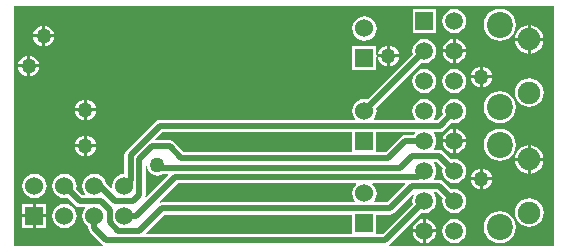
<source format=gbl>
%FSLAX25Y25*%
%MOIN*%
G70*
G01*
G75*
G04 Layer_Physical_Order=2*
G04 Layer_Color=16711680*
%ADD10R,0.04500X0.06000*%
%ADD11C,0.01969*%
%ADD12C,0.03937*%
%ADD13C,0.01772*%
%ADD14C,0.08661*%
%ADD15C,0.07480*%
%ADD16C,0.06000*%
%ADD17R,0.06000X0.06000*%
%ADD18C,0.05906*%
%ADD19R,0.05906X0.05906*%
%ADD20R,0.06000X0.06000*%
%ADD21C,0.05000*%
G36*
X44573Y26086D02*
X44925Y25235D01*
X45486Y24504D01*
X46218Y23943D01*
X47069Y23590D01*
X47983Y23470D01*
X48896Y23590D01*
X49748Y23943D01*
X49792Y23977D01*
X51445D01*
X51636Y23515D01*
X44338Y16216D01*
X43897Y16452D01*
X44006Y17000D01*
Y26570D01*
X44505Y26603D01*
X44573Y26086D01*
D02*
G37*
G36*
X130637Y20515D02*
X124660Y14539D01*
X120318D01*
X120097Y14987D01*
X120477Y15483D01*
X120880Y16456D01*
X121017Y17500D01*
X120880Y18544D01*
X120477Y19517D01*
X119835Y20353D01*
X119639Y20504D01*
X119800Y20977D01*
X130445D01*
X130637Y20515D01*
D02*
G37*
G36*
X114326Y20504D02*
X114130Y20353D01*
X113489Y19517D01*
X113086Y18544D01*
X112948Y17500D01*
X113086Y16456D01*
X113489Y15483D01*
X113869Y14987D01*
X113648Y14539D01*
X49498D01*
X48950Y14430D01*
X48715Y14871D01*
X54821Y20977D01*
X114165D01*
X114326Y20504D01*
D02*
G37*
G36*
X133952Y37544D02*
X133553Y37023D01*
X130546D01*
X129771Y36869D01*
X129115Y36431D01*
X124019Y31334D01*
X120983D01*
Y37993D01*
X133731D01*
X133952Y37544D01*
D02*
G37*
G36*
X112983Y31334D02*
X56797D01*
X53453Y34679D01*
X52796Y35117D01*
X52022Y35271D01*
X47456D01*
X47265Y35733D01*
X49524Y37993D01*
X112983D01*
Y31334D01*
D02*
G37*
G36*
X180000Y0D02*
X125422D01*
X125277Y478D01*
X125413Y569D01*
X135988Y11144D01*
X136983Y11013D01*
X138014Y11149D01*
X138976Y11547D01*
X139802Y12181D01*
X140435Y13007D01*
X140834Y13968D01*
X140970Y15000D01*
X140834Y16032D01*
X140435Y16994D01*
X140025Y17528D01*
X140246Y17977D01*
X141145D01*
X143127Y15995D01*
X142996Y15000D01*
X143132Y13968D01*
X143530Y13007D01*
X144164Y12181D01*
X144989Y11547D01*
X145951Y11149D01*
X146983Y11013D01*
X148014Y11149D01*
X148976Y11547D01*
X149802Y12181D01*
X150435Y13007D01*
X150834Y13968D01*
X150970Y15000D01*
X150834Y16032D01*
X150435Y16994D01*
X149802Y17819D01*
X148976Y18453D01*
X148014Y18851D01*
X146983Y18987D01*
X145988Y18856D01*
X143413Y21431D01*
X142757Y21869D01*
X141983Y22023D01*
X140246D01*
X140025Y22472D01*
X140435Y23007D01*
X140834Y23968D01*
X140970Y25000D01*
X140834Y26032D01*
X140435Y26994D01*
X140025Y27529D01*
X140246Y27977D01*
X141145D01*
X143127Y25995D01*
X142996Y25000D01*
X143132Y23968D01*
X143530Y23007D01*
X144164Y22181D01*
X144989Y21547D01*
X145951Y21149D01*
X146983Y21013D01*
X148014Y21149D01*
X148976Y21547D01*
X149802Y22181D01*
X150435Y23007D01*
X150834Y23968D01*
X150970Y25000D01*
X150834Y26032D01*
X150435Y26994D01*
X149802Y27819D01*
X148976Y28453D01*
X148014Y28851D01*
X146983Y28987D01*
X145988Y28856D01*
X143413Y31431D01*
X142757Y31869D01*
X141983Y32023D01*
X140246D01*
X140025Y32472D01*
X140435Y33007D01*
X140834Y33968D01*
X140970Y35000D01*
X140834Y36032D01*
X140435Y36994D01*
X140013Y37544D01*
X140234Y37993D01*
X141998D01*
X142773Y38147D01*
X143429Y38585D01*
X145988Y41144D01*
X146983Y41013D01*
X148014Y41149D01*
X148976Y41547D01*
X149802Y42181D01*
X150435Y43007D01*
X150834Y43968D01*
X150970Y45000D01*
X150834Y46032D01*
X150435Y46993D01*
X149802Y47819D01*
X148976Y48453D01*
X148014Y48851D01*
X146983Y48987D01*
X145951Y48851D01*
X144989Y48453D01*
X144164Y47819D01*
X143530Y46993D01*
X143132Y46032D01*
X142996Y45000D01*
X143127Y44005D01*
X141160Y42039D01*
X140258D01*
X140037Y42487D01*
X140435Y43007D01*
X140834Y43968D01*
X140970Y45000D01*
X140834Y46032D01*
X140435Y46993D01*
X139802Y47819D01*
X138976Y48453D01*
X138014Y48851D01*
X136983Y48987D01*
X135951Y48851D01*
X134989Y48453D01*
X134163Y47819D01*
X133530Y46993D01*
X133132Y46032D01*
X132996Y45000D01*
X133132Y43968D01*
X133530Y43007D01*
X133928Y42487D01*
X133707Y42039D01*
X120318D01*
X120097Y42487D01*
X120477Y42983D01*
X120880Y43956D01*
X121017Y45000D01*
X120881Y46037D01*
X135988Y61144D01*
X136983Y61013D01*
X138014Y61149D01*
X138976Y61547D01*
X139802Y62181D01*
X140435Y63007D01*
X140834Y63968D01*
X140970Y65000D01*
X140834Y66032D01*
X140435Y66993D01*
X139802Y67819D01*
X138976Y68453D01*
X138014Y68851D01*
X136983Y68987D01*
X135951Y68851D01*
X134989Y68453D01*
X134163Y67819D01*
X133530Y66993D01*
X133132Y66032D01*
X132996Y65000D01*
X133127Y64005D01*
X118019Y48898D01*
X116983Y49035D01*
X115938Y48897D01*
X114965Y48494D01*
X114130Y47853D01*
X113489Y47017D01*
X113086Y46044D01*
X112948Y45000D01*
X113086Y43956D01*
X113489Y42983D01*
X113869Y42487D01*
X113648Y42039D01*
X48686D01*
X47912Y41885D01*
X47256Y41446D01*
X37584Y31774D01*
X37145Y31118D01*
X36991Y30344D01*
Y24042D01*
X36983Y24035D01*
X35938Y23897D01*
X34965Y23494D01*
X34130Y22853D01*
X33489Y22017D01*
X33086Y21044D01*
X32948Y20000D01*
X33014Y19499D01*
X32566Y19278D01*
X30892Y20952D01*
X30880Y21044D01*
X30477Y22017D01*
X29836Y22853D01*
X29000Y23494D01*
X28027Y23897D01*
X26983Y24035D01*
X25938Y23897D01*
X24965Y23494D01*
X24130Y22853D01*
X23489Y22017D01*
X23086Y21044D01*
X22948Y20000D01*
X23086Y18956D01*
X23489Y17983D01*
X23869Y17487D01*
X23648Y17039D01*
X22836D01*
X20884Y18991D01*
X21017Y20000D01*
X20880Y21044D01*
X20477Y22017D01*
X19836Y22853D01*
X19000Y23494D01*
X18027Y23897D01*
X16983Y24035D01*
X15938Y23897D01*
X14965Y23494D01*
X14130Y22853D01*
X13489Y22017D01*
X13086Y21044D01*
X12948Y20000D01*
X13086Y18956D01*
X13489Y17983D01*
X14130Y17147D01*
X14965Y16506D01*
X15938Y16103D01*
X16983Y15966D01*
X18027Y16103D01*
X18043Y16110D01*
X20568Y13585D01*
X21224Y13147D01*
X21998Y12993D01*
X23672D01*
X23893Y12544D01*
X23489Y12017D01*
X23086Y11044D01*
X22948Y10000D01*
X23086Y8956D01*
X23489Y7983D01*
X24130Y7147D01*
X24960Y6511D01*
Y6000D01*
X25113Y5226D01*
X25552Y4569D01*
X29552Y569D01*
X29688Y478D01*
X29543Y0D01*
X0D01*
Y80000D01*
X180000D01*
Y0D01*
D02*
G37*
G36*
X133529Y16992D02*
X133132Y16032D01*
X132996Y15000D01*
X133127Y14005D01*
X123145Y4023D01*
X120983D01*
Y10493D01*
X125498D01*
X126273Y10647D01*
X126929Y11085D01*
X133114Y17270D01*
X133529Y16992D01*
D02*
G37*
G36*
X112983Y4023D02*
X44520D01*
X44329Y4485D01*
X50336Y10493D01*
X112983D01*
Y4023D01*
D02*
G37*
%LPC*%
G36*
X172404Y33573D02*
Y29358D01*
X176619D01*
X176522Y30096D01*
X176044Y31249D01*
X175285Y32239D01*
X174294Y32999D01*
X173141Y33476D01*
X172404Y33573D01*
D02*
G37*
G36*
X23483Y32848D02*
X20518D01*
X20573Y32435D01*
X20925Y31583D01*
X21486Y30852D01*
X22218Y30291D01*
X23069Y29938D01*
X23483Y29884D01*
Y32848D01*
D02*
G37*
G36*
X27447D02*
X24483D01*
Y29884D01*
X24896Y29938D01*
X25748Y30291D01*
X26479Y30852D01*
X27040Y31583D01*
X27393Y32435D01*
X27447Y32848D01*
D02*
G37*
G36*
X171404Y33573D02*
X170666Y33476D01*
X169513Y32999D01*
X168523Y32239D01*
X167763Y31249D01*
X167286Y30096D01*
X167189Y29358D01*
X171404D01*
Y33573D01*
D02*
G37*
G36*
Y28358D02*
X167189D01*
X167286Y27621D01*
X167763Y26468D01*
X168523Y25477D01*
X169513Y24718D01*
X170666Y24240D01*
X171404Y24143D01*
Y28358D01*
D02*
G37*
G36*
X176619D02*
X172404D01*
Y24143D01*
X173141Y24240D01*
X174294Y24718D01*
X175285Y25477D01*
X176044Y26468D01*
X176522Y27621D01*
X176619Y28358D01*
D02*
G37*
G36*
X162061Y39156D02*
X160670Y38973D01*
X159373Y38436D01*
X158259Y37582D01*
X157405Y36468D01*
X156868Y35171D01*
X156685Y33780D01*
X156868Y32388D01*
X157405Y31091D01*
X158259Y29978D01*
X159373Y29123D01*
X160670Y28586D01*
X162061Y28403D01*
X163453Y28586D01*
X164750Y29123D01*
X165863Y29978D01*
X166718Y31091D01*
X167255Y32388D01*
X167438Y33780D01*
X167255Y35171D01*
X166718Y36468D01*
X165863Y37582D01*
X164750Y38436D01*
X163453Y38973D01*
X162061Y39156D01*
D02*
G37*
G36*
X147483Y38921D02*
Y35500D01*
X150904D01*
X150834Y36032D01*
X150435Y36994D01*
X149802Y37819D01*
X148976Y38453D01*
X148014Y38851D01*
X147483Y38921D01*
D02*
G37*
G36*
X162061Y11597D02*
X160670Y11414D01*
X159373Y10877D01*
X158259Y10022D01*
X157405Y8909D01*
X156868Y7612D01*
X156685Y6221D01*
X156868Y4829D01*
X157405Y3532D01*
X158259Y2418D01*
X159373Y1564D01*
X160670Y1027D01*
X162061Y844D01*
X163453Y1027D01*
X164750Y1564D01*
X165863Y2418D01*
X166718Y3532D01*
X167255Y4829D01*
X167438Y6221D01*
X167255Y7612D01*
X166718Y8909D01*
X165863Y10022D01*
X164750Y10877D01*
X163453Y11414D01*
X162061Y11597D01*
D02*
G37*
G36*
X23483Y36813D02*
X23069Y36758D01*
X22218Y36406D01*
X21486Y35844D01*
X20925Y35113D01*
X20573Y34262D01*
X20518Y33848D01*
X23483D01*
Y36813D01*
D02*
G37*
G36*
X24483D02*
Y33848D01*
X27447D01*
X27393Y34262D01*
X27040Y35113D01*
X26479Y35844D01*
X25748Y36406D01*
X24896Y36758D01*
X24483Y36813D01*
D02*
G37*
G36*
X146983Y8987D02*
X145951Y8851D01*
X144989Y8453D01*
X144164Y7819D01*
X143530Y6994D01*
X143132Y6032D01*
X142996Y5000D01*
X143132Y3968D01*
X143530Y3007D01*
X144164Y2181D01*
X144989Y1547D01*
X145951Y1149D01*
X146983Y1013D01*
X148014Y1149D01*
X148976Y1547D01*
X149802Y2181D01*
X150435Y3007D01*
X150834Y3968D01*
X150970Y5000D01*
X150834Y6032D01*
X150435Y6994D01*
X149802Y7819D01*
X148976Y8453D01*
X148014Y8851D01*
X146983Y8987D01*
D02*
G37*
G36*
X146483Y38921D02*
X145951Y38851D01*
X144989Y38453D01*
X144164Y37819D01*
X143530Y36994D01*
X143132Y36032D01*
X143062Y35500D01*
X146483D01*
Y38921D01*
D02*
G37*
G36*
Y34500D02*
X143062D01*
X143132Y33968D01*
X143530Y33007D01*
X144164Y32181D01*
X144989Y31547D01*
X145951Y31149D01*
X146483Y31079D01*
Y34500D01*
D02*
G37*
G36*
X150904D02*
X147483D01*
Y31079D01*
X148014Y31149D01*
X148976Y31547D01*
X149802Y32181D01*
X150435Y33007D01*
X150834Y33968D01*
X150904Y34500D01*
D02*
G37*
G36*
X10983Y9500D02*
X7483D01*
Y6000D01*
X10983D01*
Y9500D01*
D02*
G37*
G36*
X171904Y15923D02*
X170666Y15760D01*
X169513Y15282D01*
X168523Y14523D01*
X167763Y13532D01*
X167286Y12379D01*
X167123Y11142D01*
X167286Y9904D01*
X167763Y8751D01*
X168523Y7761D01*
X169513Y7001D01*
X170666Y6524D01*
X171904Y6361D01*
X173141Y6524D01*
X174294Y7001D01*
X175285Y7761D01*
X176044Y8751D01*
X176522Y9904D01*
X176685Y11142D01*
X176522Y12379D01*
X176044Y13532D01*
X175285Y14523D01*
X174294Y15282D01*
X173141Y15760D01*
X171904Y15923D01*
D02*
G37*
G36*
X6483Y14000D02*
X2983D01*
Y10500D01*
X6483D01*
Y14000D01*
D02*
G37*
G36*
Y9500D02*
X2983D01*
Y6000D01*
X6483D01*
Y9500D01*
D02*
G37*
G36*
X136483Y8921D02*
X135951Y8851D01*
X134989Y8453D01*
X134163Y7819D01*
X133530Y6994D01*
X133132Y6032D01*
X133062Y5500D01*
X136483D01*
Y8921D01*
D02*
G37*
G36*
X137483D02*
Y5500D01*
X140904D01*
X140834Y6032D01*
X140435Y6994D01*
X139802Y7819D01*
X138976Y8453D01*
X138014Y8851D01*
X137483Y8921D01*
D02*
G37*
G36*
X16983Y14035D02*
X15938Y13897D01*
X14965Y13494D01*
X14130Y12853D01*
X13489Y12017D01*
X13086Y11044D01*
X12948Y10000D01*
X13086Y8956D01*
X13489Y7983D01*
X14130Y7147D01*
X14965Y6506D01*
X15938Y6103D01*
X16983Y5965D01*
X18027Y6103D01*
X19000Y6506D01*
X19836Y7147D01*
X20477Y7983D01*
X20880Y8956D01*
X21017Y10000D01*
X20880Y11044D01*
X20477Y12017D01*
X19836Y12853D01*
X19000Y13494D01*
X18027Y13897D01*
X16983Y14035D01*
D02*
G37*
G36*
X10983Y14000D02*
X7483D01*
Y10500D01*
X10983D01*
Y14000D01*
D02*
G37*
G36*
X159447Y21848D02*
X156483D01*
Y18884D01*
X156896Y18938D01*
X157748Y19291D01*
X158479Y19852D01*
X159040Y20583D01*
X159392Y21435D01*
X159447Y21848D01*
D02*
G37*
G36*
X155483Y25813D02*
X155069Y25758D01*
X154218Y25405D01*
X153486Y24845D01*
X152925Y24113D01*
X152573Y23262D01*
X152518Y22848D01*
X155483D01*
Y25813D01*
D02*
G37*
G36*
X156483D02*
Y22848D01*
X159447D01*
X159392Y23262D01*
X159040Y24113D01*
X158479Y24845D01*
X157748Y25405D01*
X156896Y25758D01*
X156483Y25813D01*
D02*
G37*
G36*
X155483Y21848D02*
X152518D01*
X152573Y21435D01*
X152925Y20583D01*
X153486Y19852D01*
X154218Y19291D01*
X155069Y18938D01*
X155483Y18884D01*
Y21848D01*
D02*
G37*
G36*
X6983Y24035D02*
X5938Y23897D01*
X4965Y23494D01*
X4130Y22853D01*
X3489Y22017D01*
X3086Y21044D01*
X2948Y20000D01*
X3086Y18956D01*
X3489Y17983D01*
X4130Y17147D01*
X4965Y16506D01*
X5938Y16103D01*
X6983Y15966D01*
X8027Y16103D01*
X9000Y16506D01*
X9836Y17147D01*
X10477Y17983D01*
X10880Y18956D01*
X11017Y20000D01*
X10880Y21044D01*
X10477Y22017D01*
X9836Y22853D01*
X9000Y23494D01*
X8027Y23897D01*
X6983Y24035D01*
D02*
G37*
G36*
X140904Y4500D02*
X137483D01*
Y1079D01*
X138014Y1149D01*
X138976Y1547D01*
X139802Y2181D01*
X140435Y3007D01*
X140834Y3968D01*
X140904Y4500D01*
D02*
G37*
G36*
X136483D02*
X133062D01*
X133132Y3968D01*
X133530Y3007D01*
X134163Y2181D01*
X134989Y1547D01*
X135951Y1149D01*
X136483Y1079D01*
Y4500D01*
D02*
G37*
G36*
X146483Y68921D02*
X145951Y68851D01*
X144989Y68453D01*
X144164Y67819D01*
X143530Y66993D01*
X143132Y66032D01*
X143062Y65500D01*
X146483D01*
Y68921D01*
D02*
G37*
G36*
X176619Y68358D02*
X172404D01*
Y64143D01*
X173141Y64240D01*
X174294Y64718D01*
X175285Y65478D01*
X176044Y66468D01*
X176522Y67621D01*
X176619Y68358D01*
D02*
G37*
G36*
X9500Y69500D02*
X6536D01*
X6590Y69086D01*
X6943Y68235D01*
X7504Y67504D01*
X8235Y66943D01*
X9086Y66590D01*
X9500Y66536D01*
Y69500D01*
D02*
G37*
G36*
X147483Y68921D02*
Y65500D01*
X150904D01*
X150834Y66032D01*
X150435Y66993D01*
X149802Y67819D01*
X148976Y68453D01*
X148014Y68851D01*
X147483Y68921D01*
D02*
G37*
G36*
X171404Y68358D02*
X167189D01*
X167286Y67621D01*
X167763Y66468D01*
X168523Y65478D01*
X169513Y64718D01*
X170666Y64240D01*
X171404Y64143D01*
Y68358D01*
D02*
G37*
G36*
X150904Y64500D02*
X147483D01*
Y61079D01*
X148014Y61149D01*
X148976Y61547D01*
X149802Y62181D01*
X150435Y63007D01*
X150834Y63968D01*
X150904Y64500D01*
D02*
G37*
G36*
X146483D02*
X143062D01*
X143132Y63968D01*
X143530Y63007D01*
X144164Y62181D01*
X144989Y61547D01*
X145951Y61149D01*
X146483Y61079D01*
Y64500D01*
D02*
G37*
G36*
X125483Y66813D02*
Y63848D01*
X128447D01*
X128393Y64262D01*
X128040Y65113D01*
X127479Y65845D01*
X126748Y66405D01*
X125896Y66758D01*
X125483Y66813D01*
D02*
G37*
G36*
X124483D02*
X124069Y66758D01*
X123217Y66405D01*
X122486Y65845D01*
X121925Y65113D01*
X121573Y64262D01*
X121518Y63848D01*
X124483D01*
Y66813D01*
D02*
G37*
G36*
X10500Y73464D02*
Y70500D01*
X13464D01*
X13410Y70914D01*
X13057Y71765D01*
X12496Y72496D01*
X11765Y73057D01*
X10914Y73410D01*
X10500Y73464D01*
D02*
G37*
G36*
X9500D02*
X9086Y73410D01*
X8235Y73057D01*
X7504Y72496D01*
X6943Y71765D01*
X6590Y70914D01*
X6536Y70500D01*
X9500D01*
Y73464D01*
D02*
G37*
G36*
X140935Y78953D02*
X133030D01*
Y71047D01*
X140935D01*
Y78953D01*
D02*
G37*
G36*
X146983Y78987D02*
X145951Y78851D01*
X144989Y78453D01*
X144164Y77819D01*
X143530Y76994D01*
X143132Y76032D01*
X142996Y75000D01*
X143132Y73968D01*
X143530Y73007D01*
X144164Y72181D01*
X144989Y71547D01*
X145951Y71149D01*
X146983Y71013D01*
X148014Y71149D01*
X148976Y71547D01*
X149802Y72181D01*
X150435Y73007D01*
X150834Y73968D01*
X150970Y75000D01*
X150834Y76032D01*
X150435Y76994D01*
X149802Y77819D01*
X148976Y78453D01*
X148014Y78851D01*
X146983Y78987D01*
D02*
G37*
G36*
X172404Y73573D02*
Y69358D01*
X176619D01*
X176522Y70096D01*
X176044Y71249D01*
X175285Y72239D01*
X174294Y72999D01*
X173141Y73476D01*
X172404Y73573D01*
D02*
G37*
G36*
X162061Y79156D02*
X160670Y78973D01*
X159373Y78436D01*
X158259Y77582D01*
X157405Y76468D01*
X156868Y75171D01*
X156685Y73780D01*
X156868Y72388D01*
X157405Y71091D01*
X158259Y69978D01*
X159373Y69123D01*
X160670Y68586D01*
X162061Y68403D01*
X163453Y68586D01*
X164750Y69123D01*
X165863Y69978D01*
X166718Y71091D01*
X167255Y72388D01*
X167438Y73780D01*
X167255Y75171D01*
X166718Y76468D01*
X165863Y77582D01*
X164750Y78436D01*
X163453Y78973D01*
X162061Y79156D01*
D02*
G37*
G36*
X13464Y69500D02*
X10500D01*
Y66536D01*
X10914Y66590D01*
X11765Y66943D01*
X12496Y67504D01*
X13057Y68235D01*
X13410Y69086D01*
X13464Y69500D01*
D02*
G37*
G36*
X171404Y73573D02*
X170666Y73476D01*
X169513Y72999D01*
X168523Y72239D01*
X167763Y71249D01*
X167286Y70096D01*
X167189Y69358D01*
X171404D01*
Y73573D01*
D02*
G37*
G36*
X116983Y76535D02*
X115938Y76397D01*
X114965Y75994D01*
X114130Y75353D01*
X113489Y74517D01*
X113086Y73544D01*
X112948Y72500D01*
X113086Y71456D01*
X113489Y70483D01*
X114130Y69647D01*
X114965Y69006D01*
X115938Y68603D01*
X116983Y68466D01*
X118027Y68603D01*
X119000Y69006D01*
X119835Y69647D01*
X120477Y70483D01*
X120880Y71456D01*
X121017Y72500D01*
X120880Y73544D01*
X120477Y74517D01*
X119835Y75353D01*
X119000Y75994D01*
X118027Y76397D01*
X116983Y76535D01*
D02*
G37*
G36*
X5500Y63464D02*
Y60500D01*
X8464D01*
X8410Y60914D01*
X8057Y61765D01*
X7496Y62496D01*
X6765Y63057D01*
X5914Y63410D01*
X5500Y63464D01*
D02*
G37*
G36*
X136983Y58987D02*
X135951Y58851D01*
X134989Y58453D01*
X134163Y57819D01*
X133530Y56994D01*
X133132Y56032D01*
X132996Y55000D01*
X133132Y53968D01*
X133530Y53007D01*
X134163Y52181D01*
X134989Y51547D01*
X135951Y51149D01*
X136983Y51013D01*
X138014Y51149D01*
X138976Y51547D01*
X139802Y52181D01*
X140435Y53007D01*
X140834Y53968D01*
X140970Y55000D01*
X140834Y56032D01*
X140435Y56994D01*
X139802Y57819D01*
X138976Y58453D01*
X138014Y58851D01*
X136983Y58987D01*
D02*
G37*
G36*
X171904Y55923D02*
X170666Y55760D01*
X169513Y55282D01*
X168523Y54523D01*
X167763Y53532D01*
X167286Y52379D01*
X167123Y51142D01*
X167286Y49904D01*
X167763Y48751D01*
X168523Y47761D01*
X169513Y47001D01*
X170666Y46524D01*
X171904Y46361D01*
X173141Y46524D01*
X174294Y47001D01*
X175285Y47761D01*
X176044Y48751D01*
X176522Y49904D01*
X176685Y51142D01*
X176522Y52379D01*
X176044Y53532D01*
X175285Y54523D01*
X174294Y55282D01*
X173141Y55760D01*
X171904Y55923D01*
D02*
G37*
G36*
X155483Y55848D02*
X152518D01*
X152573Y55435D01*
X152925Y54583D01*
X153486Y53852D01*
X154218Y53291D01*
X155069Y52938D01*
X155483Y52884D01*
Y55848D01*
D02*
G37*
G36*
X146983Y58987D02*
X145951Y58851D01*
X144989Y58453D01*
X144164Y57819D01*
X143530Y56994D01*
X143132Y56032D01*
X142996Y55000D01*
X143132Y53968D01*
X143530Y53007D01*
X144164Y52181D01*
X144989Y51547D01*
X145951Y51149D01*
X146983Y51013D01*
X148014Y51149D01*
X148976Y51547D01*
X149802Y52181D01*
X150435Y53007D01*
X150834Y53968D01*
X150970Y55000D01*
X150834Y56032D01*
X150435Y56994D01*
X149802Y57819D01*
X148976Y58453D01*
X148014Y58851D01*
X146983Y58987D01*
D02*
G37*
G36*
X24483Y48813D02*
Y45848D01*
X27447D01*
X27393Y46262D01*
X27040Y47113D01*
X26479Y47844D01*
X25748Y48406D01*
X24896Y48758D01*
X24483Y48813D01*
D02*
G37*
G36*
X23483Y44848D02*
X20518D01*
X20573Y44435D01*
X20925Y43583D01*
X21486Y42852D01*
X22218Y42291D01*
X23069Y41938D01*
X23483Y41884D01*
Y44848D01*
D02*
G37*
G36*
X162061Y51597D02*
X160670Y51414D01*
X159373Y50877D01*
X158259Y50022D01*
X157405Y48909D01*
X156868Y47612D01*
X156685Y46220D01*
X156868Y44829D01*
X157405Y43532D01*
X158259Y42419D01*
X159373Y41564D01*
X160670Y41027D01*
X162061Y40844D01*
X163453Y41027D01*
X164750Y41564D01*
X165863Y42419D01*
X166718Y43532D01*
X167255Y44829D01*
X167438Y46220D01*
X167255Y47612D01*
X166718Y48909D01*
X165863Y50022D01*
X164750Y50877D01*
X163453Y51414D01*
X162061Y51597D01*
D02*
G37*
G36*
X23483Y48813D02*
X23069Y48758D01*
X22218Y48406D01*
X21486Y47844D01*
X20925Y47113D01*
X20573Y46262D01*
X20518Y45848D01*
X23483D01*
Y48813D01*
D02*
G37*
G36*
X27447Y44848D02*
X24483D01*
Y41884D01*
X24896Y41938D01*
X25748Y42291D01*
X26479Y42852D01*
X27040Y43583D01*
X27393Y44435D01*
X27447Y44848D01*
D02*
G37*
G36*
X124483Y62848D02*
X121518D01*
X121573Y62435D01*
X121925Y61583D01*
X122486Y60852D01*
X123217Y60291D01*
X124069Y59938D01*
X124483Y59884D01*
Y62848D01*
D02*
G37*
G36*
X120983Y66500D02*
X112983D01*
Y58500D01*
X120983D01*
Y63094D01*
X121014Y63096D01*
Y63600D01*
X120983Y63603D01*
Y66500D01*
D02*
G37*
G36*
X4500Y63464D02*
X4086Y63410D01*
X3235Y63057D01*
X2504Y62496D01*
X1943Y61765D01*
X1590Y60914D01*
X1536Y60500D01*
X4500D01*
Y63464D01*
D02*
G37*
G36*
X128447Y62848D02*
X125483D01*
Y59884D01*
X125896Y59938D01*
X126748Y60291D01*
X127479Y60852D01*
X128040Y61583D01*
X128393Y62435D01*
X128447Y62848D01*
D02*
G37*
G36*
X156483Y59813D02*
Y56848D01*
X159447D01*
X159392Y57262D01*
X159040Y58113D01*
X158479Y58845D01*
X157748Y59405D01*
X156896Y59758D01*
X156483Y59813D01*
D02*
G37*
G36*
X4500Y59500D02*
X1536D01*
X1590Y59086D01*
X1943Y58235D01*
X2504Y57504D01*
X3235Y56943D01*
X4086Y56590D01*
X4500Y56536D01*
Y59500D01*
D02*
G37*
G36*
X159447Y55848D02*
X156483D01*
Y52884D01*
X156896Y52938D01*
X157748Y53291D01*
X158479Y53852D01*
X159040Y54583D01*
X159392Y55435D01*
X159447Y55848D01*
D02*
G37*
G36*
X155483Y59813D02*
X155069Y59758D01*
X154218Y59405D01*
X153486Y58845D01*
X152925Y58113D01*
X152573Y57262D01*
X152518Y56848D01*
X155483D01*
Y59813D01*
D02*
G37*
G36*
X8464Y59500D02*
X5500D01*
Y56536D01*
X5914Y56590D01*
X6765Y56943D01*
X7496Y57504D01*
X8057Y58235D01*
X8410Y59086D01*
X8464Y59500D01*
D02*
G37*
%LPD*%
D11*
X116983Y45000D02*
X136983Y65000D01*
X123983Y2000D02*
X136983Y15000D01*
X26983Y6000D02*
Y10000D01*
Y6000D02*
X30983Y2000D01*
X123983D01*
X16983Y20000D02*
X17014D01*
X21998Y15016D01*
X29016D01*
X31998Y12033D01*
Y7936D02*
Y12033D01*
Y7936D02*
X34918Y5016D01*
X36967D01*
X36983Y5000D01*
X41983D01*
X49498Y12516D01*
X125498D01*
X141983Y20000D02*
X146983Y15000D01*
X36983Y10000D02*
X40983D01*
X141983Y30000D02*
X146983Y25000D01*
X132983Y30000D02*
X141983D01*
X26983Y20000D02*
X28983D01*
X33983Y15000D01*
X39983D01*
X41983Y17000D01*
X47983Y27000D02*
X48983Y26000D01*
X128983D01*
X132983Y30000D01*
X125498Y12516D02*
X132983Y20000D01*
X141983D01*
X134983Y23000D02*
X136983Y25000D01*
X40983Y10000D02*
X53983Y23000D01*
X134983D01*
X41983Y17000D02*
Y29114D01*
X46117Y33248D01*
X52022D01*
X55959Y29311D01*
X124857D01*
X130546Y35000D01*
X136983D01*
X36983Y20000D02*
X39014Y22031D01*
Y30344D01*
X48686Y40016D01*
X141998D01*
X146983Y45000D01*
D14*
X162061Y6221D02*
D03*
Y33780D02*
D03*
Y73780D02*
D03*
Y46220D02*
D03*
D15*
X171904Y11142D02*
D03*
Y28858D02*
D03*
Y68858D02*
D03*
Y51142D02*
D03*
D16*
X36983Y20000D02*
D03*
X26983D02*
D03*
X16983D02*
D03*
X6983D02*
D03*
X36983Y10000D02*
D03*
X26983D02*
D03*
X16983D02*
D03*
X116983Y45000D02*
D03*
Y17500D02*
D03*
Y72500D02*
D03*
D17*
X6983Y10000D02*
D03*
D18*
X136983Y5000D02*
D03*
X146983D02*
D03*
X136983Y15000D02*
D03*
X146983D02*
D03*
X136983Y25000D02*
D03*
X146983D02*
D03*
X136983Y35000D02*
D03*
X146983D02*
D03*
X136983Y45000D02*
D03*
X146983D02*
D03*
X136983Y55000D02*
D03*
X146983D02*
D03*
X136983Y65000D02*
D03*
X146983D02*
D03*
Y75000D02*
D03*
D19*
X136983D02*
D03*
D20*
X116983Y35000D02*
D03*
Y7500D02*
D03*
Y62500D02*
D03*
D21*
X47983Y27000D02*
D03*
X23983Y45348D02*
D03*
Y33348D02*
D03*
X5000Y60000D02*
D03*
X10000Y70000D02*
D03*
X124983Y63348D02*
D03*
X155983Y56348D02*
D03*
Y22348D02*
D03*
M02*

</source>
